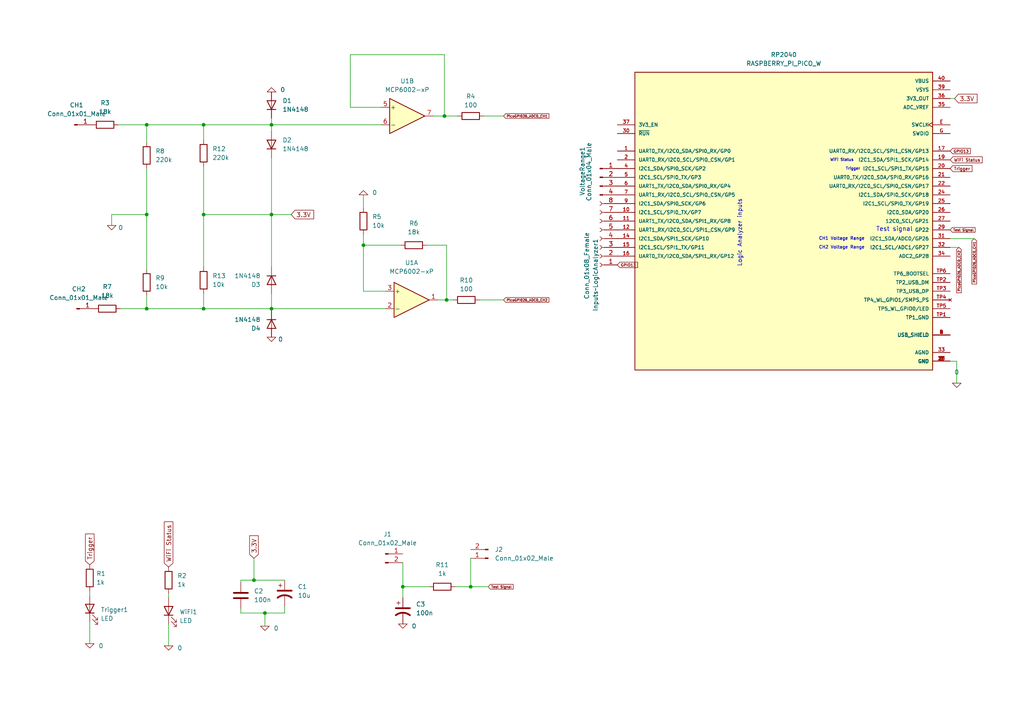
<source format=kicad_sch>
(kicad_sch (version 20211123) (generator eeschema)
  (paper "A4")
  (title_block (title "Osciloscopio ~ Analizador Logico") (company "Lazo Sebastián ~ Scoppy "))
  (lib_symbols
    (symbol "Amplifier_Operational:MCP6002-xP" (pin_names (offset 0.127))
      (property "Reference" "U" (at 0 5.08 0))
      (property "Value" "MCP6002-xP" (at 0 -5.08 0))
      (symbol "MCP6002-xP_1_1"
        (polyline (pts (xy -5.08 5.08) (xy 5.08 0) (xy -5.08 -5.08) (xy -5.08 5.08)) (stroke (width 0.254)) (fill (type background)))
        (pin output line (at 7.62 0 180) (length 2.54) (name "~") (number "1"))
        (pin input line (at -7.62 -2.54 0) (length 2.54) (name "-") (number "2"))
        (pin input line (at -7.62 2.54 0) (length 2.54) (name "+") (number "3"))
      )
      (symbol "MCP6002-xP_2_1"
        (polyline (pts (xy -5.08 5.08) (xy 5.08 0) (xy -5.08 -5.08) (xy -5.08 5.08)) (stroke (width 0.254)) (fill (type background)))
        (pin input line (at -7.62 2.54 0) (length 2.54) (name "+") (number "5"))
        (pin input line (at -7.62 -2.54 0) (length 2.54) (name "-") (number "6"))
        (pin output line (at 7.62 0 180) (length 2.54) (name "~") (number "7"))
      )
      (symbol "MCP6002-xP_3_1"
        (pin power_in line (at -2.54 -7.62 90) (length 3.81) (name "V-") (number "4"))
        (pin power_in line (at -2.54 7.62 270) (length 3.81) (name "V+") (number "8"))
      )
    )
    (symbol "Connector:Conn_01x01_Male" (pin_names (offset 1.016) hide)
      (property "Reference" "J" (at 0 2.54 0))
      (property "Value" "Conn_01x01_Male" (at 0 -2.54 0))
      (symbol "Conn_01x01_Male_1_1"
        (polyline (pts (xy 1.27 0) (xy 0.8636 0)) (stroke (width 0.1524)))
        (rectangle (start 0.8636 0.127) (end 0 -0.127) (stroke (width 0.1524)) (fill (type outline)))
        (pin passive line (at 5.08 0 180) (length 3.81) (name "Pin_1") (number "1"))
      )
    )
    (symbol "Connector:Conn_01x02_Male" (pin_names (offset 1.016) hide)
      (property "Reference" "J" (at 0 2.54 0))
      (property "Value" "Conn_01x02_Male" (at 0 -5.08 0))
      (symbol "Conn_01x02_Male_1_1"
        (polyline (pts (xy 1.27 -2.54) (xy 0.8636 -2.54)) (stroke (width 0.1524)))
        (polyline (pts (xy 1.27 0) (xy 0.8636 0)) (stroke (width 0.1524)))
        (rectangle (start 0.8636 -2.413) (end 0 -2.667) (stroke (width 0.1524)) (fill (type outline)))
        (rectangle (start 0.8636 0.127) (end 0 -0.127) (stroke (width 0.1524)) (fill (type outline)))
        (pin passive line (at 5.08 0 180) (length 3.81) (name "Pin_1") (number "1"))
        (pin passive line (at 5.08 -2.54 180) (length 3.81) (name "Pin_2") (number "2"))
      )
    )
    (symbol "Connector:Conn_01x04_Male" (pin_names (offset 1.016) hide)
      (property "Reference" "J" (at 0 5.08 0))
      (property "Value" "Conn_01x04_Male" (at 0 -7.62 0))
      (symbol "Conn_01x04_Male_1_1"
        (polyline (pts (xy 1.27 -5.08) (xy 0.8636 -5.08)) (stroke (width 0.1524)))
        (polyline (pts (xy 1.27 -2.54) (xy 0.8636 -2.54)) (stroke (width 0.1524)))
        (polyline (pts (xy 1.27 0) (xy 0.8636 0)) (stroke (width 0.1524)))
        (polyline (pts (xy 1.27 2.54) (xy 0.8636 2.54)) (stroke (width 0.1524)))
        (rectangle (start 0.8636 -4.953) (end 0 -5.207) (stroke (width 0.1524)) (fill (type outline)))
        (rectangle (start 0.8636 -2.413) (end 0 -2.667) (stroke (width 0.1524)) (fill (type outline)))
        (rectangle (start 0.8636 0.127) (end 0 -0.127) (stroke (width 0.1524)) (fill (type outline)))
        (rectangle (start 0.8636 2.667) (end 0 2.413) (stroke (width 0.1524)) (fill (type outline)))
        (pin passive line (at 5.08 2.54 180) (length 3.81) (name "Pin_1") (number "1"))
        (pin passive line (at 5.08 0 180) (length 3.81) (name "Pin_2") (number "2"))
        (pin passive line (at 5.08 -2.54 180) (length 3.81) (name "Pin_3") (number "3"))
        (pin passive line (at 5.08 -5.08 180) (length 3.81) (name "Pin_4") (number "4"))
      )
    )
    (symbol "Connector:Conn_01x08_Female" (pin_names (offset 1.016) hide)
      (property "Reference" "J" (at 0 10.16 0))
      (property "Value" "Conn_01x08_Female" (at 0 -12.7 0))
      (symbol "Conn_01x08_Female_1_1"
        (arc (start 0 -9.652) (mid -0.508 -10.16) (end 0 -10.668) (stroke (width 0.1524)))
        (arc (start 0 -7.112) (mid -0.508 -7.62) (end 0 -8.128) (stroke (width 0.1524)))
        (arc (start 0 -4.572) (mid -0.508 -5.08) (end 0 -5.588) (stroke (width 0.1524)))
        (arc (start 0 -2.032) (mid -0.508 -2.54) (end 0 -3.048) (stroke (width 0.1524)))
        (polyline (pts (xy -1.27 -10.16) (xy -0.508 -10.16)) (stroke (width 0.1524)))
        (polyline (pts (xy -1.27 -7.62) (xy -0.508 -7.62)) (stroke (width 0.1524)))
        (polyline (pts (xy -1.27 -5.08) (xy -0.508 -5.08)) (stroke (width 0.1524)))
        (polyline (pts (xy -1.27 -2.54) (xy -0.508 -2.54)) (stroke (width 0.1524)))
        (polyline (pts (xy -1.27 0) (xy -0.508 0)) (stroke (width 0.1524)))
        (polyline (pts (xy -1.27 2.54) (xy -0.508 2.54)) (stroke (width 0.1524)))
        (polyline (pts (xy -1.27 5.08) (xy -0.508 5.08)) (stroke (width 0.1524)))
        (polyline (pts (xy -1.27 7.62) (xy -0.508 7.62)) (stroke (width 0.1524)))
        (arc (start 0 0.508) (mid -0.508 0) (end 0 -0.508) (stroke (width 0.1524)))
        (arc (start 0 3.048) (mid -0.508 2.54) (end 0 2.032) (stroke (width 0.1524)))
        (arc (start 0 5.588) (mid -0.508 5.08) (end 0 4.572) (stroke (width 0.1524)))
        (arc (start 0 8.128) (mid -0.508 7.62) (end 0 7.112) (stroke (width 0.1524)))
        (pin passive line (at -5.08 7.62 0) (length 3.81) (name "Pin_1") (number "1"))
        (pin passive line (at -5.08 5.08 0) (length 3.81) (name "Pin_2") (number "2"))
        (pin passive line (at -5.08 2.54 0) (length 3.81) (name "Pin_3") (number "3"))
        (pin passive line (at -5.08 0 0) (length 3.81) (name "Pin_4") (number "4"))
        (pin passive line (at -5.08 -2.54 0) (length 3.81) (name "Pin_5") (number "5"))
        (pin passive line (at -5.08 -5.08 0) (length 3.81) (name "Pin_6") (number "6"))
        (pin passive line (at -5.08 -7.62 0) (length 3.81) (name "Pin_7") (number "7"))
        (pin passive line (at -5.08 -10.16 0) (length 3.81) (name "Pin_8") (number "8"))
      )
    )
    (symbol "Device:C" (pin_numbers hide) (pin_names (offset 0.254))
      (property "Reference" "C" (at 0.635 2.54 0))
      (property "Value" "C" (at 0.635 -2.54 0))
      (symbol "C_0_1"
        (polyline (pts (xy -2.032 -0.762) (xy 2.032 -0.762)) (stroke (width 0.508)))
        (polyline (pts (xy -2.032 0.762) (xy 2.032 0.762)) (stroke (width 0.508)))
      )
      (symbol "C_1_1"
        (pin passive line (at 0 3.81 270) (length 2.794) (name "~") (number "1"))
        (pin passive line (at 0 -3.81 90) (length 2.794) (name "~") (number "2"))
      )
    )
    (symbol "Device:C_Polarized_US" (pin_numbers hide) (pin_names (offset 0.254) hide)
      (property "Reference" "C" (at 0.635 2.54 0))
      (property "Value" "C_Polarized_US" (at 0.635 -2.54 0))
      (symbol "C_Polarized_US_0_1"
        (polyline (pts (xy -2.032 0.762) (xy 2.032 0.762)) (stroke (width 0.508)))
        (polyline (pts (xy -1.778 2.286) (xy -0.762 2.286)))
        (polyline (pts (xy -1.27 1.778) (xy -1.27 2.794)))
        (arc (start 2.032 -1.27) (mid 0 -0.5572) (end -2.032 -1.27) (stroke (width 0.508)))
      )
      (symbol "C_Polarized_US_1_1"
        (pin passive line (at 0 3.81 270) (length 2.794) (name "~") (number "1"))
        (pin passive line (at 0 -3.81 90) (length 3.302) (name "~") (number "2"))
      )
    )
    (symbol "Device:LED" (pin_numbers hide) (pin_names (offset 1.016) hide)
      (property "Reference" "D" (at 0 2.54 0))
      (property "Value" "LED" (at 0 -2.54 0))
      (symbol "LED_0_1"
        (polyline (pts (xy -1.27 -1.27) (xy -1.27 1.27)) (stroke (width 0.254)))
        (polyline (pts (xy -1.27 0) (xy 1.27 0)))
        (polyline (pts (xy 1.27 -1.27) (xy 1.27 1.27) (xy -1.27 0) (xy 1.27 -1.27)) (stroke (width 0.254)))
        (polyline (pts (xy -3.048 -0.762) (xy -4.572 -2.286) (xy -3.81 -2.286) (xy -4.572 -2.286) (xy -4.572 -1.524)))
        (polyline (pts (xy -1.778 -0.762) (xy -3.302 -2.286) (xy -2.54 -2.286) (xy -3.302 -2.286) (xy -3.302 -1.524)))
      )
      (symbol "LED_1_1"
        (pin passive line (at -3.81 0 0) (length 2.54) (name "K") (number "1"))
        (pin passive line (at 3.81 0 180) (length 2.54) (name "A") (number "2"))
      )
    )
    (symbol "Device:R" (pin_numbers hide) (pin_names (offset 0))
      (property "Reference" "R" (at 2.032 0 90))
      (property "Value" "R" (at 0 0 90))
      (symbol "R_0_1"
        (rectangle (start -1.016 -2.54) (end 1.016 2.54) (stroke (width 0.254)))
      )
      (symbol "R_1_1"
        (pin passive line (at 0 3.81 270) (length 1.27) (name "~") (number "1"))
        (pin passive line (at 0 -3.81 90) (length 1.27) (name "~") (number "2"))
      )
    )
    (symbol "Diode:1N4148" (pin_numbers hide) (pin_names hide)
      (property "Reference" "D" (at 0 2.54 0))
      (property "Value" "1N4148" (at 0 -2.54 0))
      (symbol "1N4148_0_1"
        (polyline (pts (xy -1.27 1.27) (xy -1.27 -1.27)) (stroke (width 0.254)))
        (polyline (pts (xy 1.27 0) (xy -1.27 0)))
        (polyline (pts (xy 1.27 1.27) (xy 1.27 -1.27) (xy -1.27 0) (xy 1.27 1.27)) (stroke (width 0.254)))
      )
      (symbol "1N4148_1_1"
        (pin passive line (at -3.81 0 0) (length 2.54) (name "K") (number "1"))
        (pin passive line (at 3.81 0 180) (length 2.54) (name "A") (number "2"))
      )
    )
    (symbol "RaspberryPicow:RASPBERRY_PI_PICO_W" (pin_names (offset 1.016))
      (property "Reference" "U" (at -43.18 44.069 0))
      (property "Value" "RASPBERRY_PI_PICO_W" (at -43.18 -45.72 0))
      (symbol "RASPBERRY_PI_PICO_W_0_0"
        (rectangle (start -43.18 -43.18) (end 43.18 43.18) (stroke (width 0.254)) (fill (type background)))
        (pin bidirectional line (at -48.26 20.32 0) (length 5.08) (name "UART0_TX/I2C0_SDA/SPI0_RX/GP0") (number "1"))
        (pin bidirectional line (at -48.26 2.54 0) (length 5.08) (name "I2C1_SCL/SPI0_TX/GP7") (number "10"))
        (pin bidirectional line (at -48.26 0 0) (length 5.08) (name "UART1_TX/I2C0_SDA/SPI1_RX/GP8") (number "11"))
        (pin bidirectional line (at -48.26 -2.54 0) (length 5.08) (name "UART1_RX/I2C0_SCL/SPI1_CSN/GP9") (number "12"))
        (pin power_in line (at 48.26 -40.64 180) (length 5.08) (name "GND") (number "13"))
        (pin bidirectional line (at -48.26 -5.08 0) (length 5.08) (name "I2C1_SDA/SPI1_SCK/GP10") (number "14"))
        (pin bidirectional line (at -48.26 -7.62 0) (length 5.08) (name "I2C1_SCL/SPI1_TX/GP11") (number "15"))
        (pin bidirectional line (at -48.26 -10.16 0) (length 5.08) (name "UART0_TX/I2C0_SDA/SPI1_RX/GP12") (number "16"))
        (pin bidirectional line (at 48.26 20.32 180) (length 5.08) (name "UART0_RX/I2C0_SCL/SPI1_CSN/GP13") (number "17"))
        (pin power_in line (at 48.26 -40.64 180) (length 5.08) (name "GND") (number "18"))
        (pin bidirectional line (at 48.26 17.78 180) (length 5.08) (name "I2C1_SDA/SPI1_SCK/GP14") (number "19"))
        (pin bidirectional line (at -48.26 17.78 0) (length 5.08) (name "UART0_RX/I2C0_SCL/SPI0_CSN/GP1") (number "2"))
        (pin bidirectional line (at 48.26 15.24 180) (length 5.08) (name "I2C1_SCL/SPI1_TX/GP15") (number "20"))
        (pin bidirectional line (at 48.26 12.7 180) (length 5.08) (name "UART0_TX/I2C0_SDA/SPI0_RX/GP16") (number "21"))
        (pin bidirectional line (at 48.26 10.16 180) (length 5.08) (name "UART0_RX/I2C0_SCL/SPI0_CSN/GP17") (number "22"))
        (pin power_in line (at 48.26 -40.64 180) (length 5.08) (name "GND") (number "23"))
        (pin bidirectional line (at 48.26 7.62 180) (length 5.08) (name "I2C1_SDA/SPI0_SCK/GP18") (number "24"))
        (pin bidirectional line (at 48.26 5.08 180) (length 5.08) (name "I2C1_SCL/SPI0_TX/GP19") (number "25"))
        (pin bidirectional line (at 48.26 2.54 180) (length 5.08) (name "I2C0_SDA/GP20") (number "26"))
        (pin bidirectional line (at 48.26 0 180) (length 5.08) (name "12C0_SCL/GP21") (number "27"))
        (pin power_in line (at 48.26 -40.64 180) (length 5.08) (name "GND") (number "28"))
        (pin bidirectional line (at 48.26 -2.54 180) (length 5.08) (name "GP22") (number "29"))
        (pin power_in line (at 48.26 -40.64 180) (length 5.08) (name "GND") (number "3"))
        (pin input line (at -48.26 25.4 0) (length 5.08) (name "~{RUN}") (number "30"))
        (pin bidirectional line (at 48.26 -5.08 180) (length 5.08) (name "I2C1_SDA/ADC0/GP26") (number "31"))
        (pin bidirectional line (at 48.26 -7.62 180) (length 5.08) (name "I2C1_SCL/ADC1/GP27") (number "32"))
        (pin power_in line (at 48.26 -38.1 180) (length 5.08) (name "AGND") (number "33"))
        (pin bidirectional line (at 48.26 -10.16 180) (length 5.08) (name "ADC2_GP28") (number "34"))
        (pin power_in line (at 48.26 33.02 180) (length 5.08) (name "ADC_VREF") (number "35"))
        (pin power_in line (at 48.26 35.56 180) (length 5.08) (name "3V3_OUT") (number "36"))
        (pin input line (at -48.26 27.94 0) (length 5.08) (name "3V3_EN") (number "37"))
        (pin power_in line (at 48.26 -40.64 180) (length 5.08) (name "GND") (number "38"))
        (pin power_in line (at 48.26 38.1 180) (length 5.08) (name "VSYS") (number "39"))
        (pin bidirectional line (at -48.26 15.24 0) (length 5.08) (name "I2C1_SDA/SPI0_SCK/GP2") (number "4"))
        (pin power_in line (at 48.26 40.64 180) (length 5.08) (name "VBUS") (number "40"))
        (pin bidirectional line (at -48.26 12.7 0) (length 5.08) (name "I2C1_SCL/SPI0_TX/GP3") (number "5"))
        (pin bidirectional line (at -48.26 10.16 0) (length 5.08) (name "UART1_TX/I2C0_SDA/SPI0_RX/GP4") (number "6"))
        (pin bidirectional line (at -48.26 7.62 0) (length 5.08) (name "UART1_RX/I2C0_SCL/SPI0_CSN/GP5") (number "7"))
        (pin power_in line (at 48.26 -40.64 180) (length 5.08) (name "GND") (number "8"))
        (pin bidirectional line (at -48.26 5.08 0) (length 5.08) (name "I2C1_SDA/SPI0_SCK/GP6") (number "9"))
        (pin power_in line (at 48.26 -33.02 180) (length 5.08) (name "USB_SHIELD") (number "A"))
        (pin power_in line (at 48.26 -33.02 180) (length 5.08) (name "USB_SHIELD") (number "B"))
        (pin power_in line (at 48.26 -33.02 180) (length 5.08) (name "USB_SHIELD") (number "C"))
        (pin power_in line (at 48.26 -33.02 180) (length 5.08) (name "USB_SHIELD") (number "D"))
        (pin input clock (at 48.26 27.94 180) (length 5.08) (name "SWCLK") (number "E"))
        (pin power_in line (at 48.26 -40.64 180) (length 5.08) (name "GND") (number "F"))
        (pin bidirectional line (at 48.26 25.4 180) (length 5.08) (name "SWDIO") (number "G"))
        (pin power_in line (at 48.26 -27.94 180) (length 5.08) (name "TP1_GND") (number "TP1"))
        (pin bidirectional line (at 48.26 -17.78 180) (length 5.08) (name "TP2_USB_DM") (number "TP2"))
        (pin bidirectional line (at 48.26 -20.32 180) (length 5.08) (name "TP3_USB_DP") (number "TP3"))
        (pin no_connect line (at 48.26 -22.86 180) (length 5.08) (name "TP4_WL_GPIO1/SMPS_PS") (number "TP4"))
        (pin bidirectional line (at 48.26 -25.4 180) (length 5.08) (name "TP5_WL_GPIO0/LED") (number "TP5"))
        (pin input line (at 48.26 -15.24 180) (length 5.08) (name "TP6_BOOTSEL") (number "TP6"))
      )
    )
    (symbol "pspice:0" (power) (pin_names (offset 0))
      (property "Value" "0" (at 0 -1.778 0))
      (symbol "0_0_1"
        (polyline (pts (xy -1.27 0) (xy 0 -1.27) (xy 1.27 0) (xy -1.27 0)))
      )
      (symbol "0_1_1"
        (pin power_in line (at 0 0 0) (length 0) hide (name "0") (number "1"))
      )
    )
  )
  (junction (at 59.055 89.535))
  (junction (at 78.74 62.23))
  (junction (at 116.84 170.18))
  (junction (at 59.055 36.195))
  (junction (at 42.545 36.195))
  (junction (at 129.54 86.995))
  (junction (at 42.545 89.535))
  (junction (at 128.905 33.655))
  (junction (at 73.66 168.275))
  (junction (at 105.41 71.12))
  (junction (at 42.545 62.23))
  (junction (at 136.525 170.18))
  (junction (at 76.835 177.8))
  (junction (at 59.055 62.23))
  (junction (at 78.74 36.195))
  (junction (at 78.74 89.535))
  (wire (pts (xy 132.08 170.18) (xy 136.525 170.18)))
  (wire (pts (xy 125.73 33.655) (xy 128.905 33.655)))
  (wire (pts (xy 129.54 71.12) (xy 129.54 86.995)))
  (wire (pts (xy 101.6 31.115) (xy 101.6 15.875)))
  (wire (pts (xy 76.835 181.61) (xy 76.835 177.8)))
  (wire (pts (xy 48.895 173.355) (xy 48.895 172.085)))
  (wire (pts (xy 42.545 36.195) (xy 59.055 36.195)))
  (wire (pts (xy 116.84 170.18) (xy 124.46 170.18)))
  (wire (pts (xy 69.85 168.91) (xy 69.85 168.275)))
  (wire (pts (xy 59.055 36.195) (xy 78.74 36.195)))
  (wire (pts (xy 116.84 170.18) (xy 116.84 173.355)))
  (wire (pts (xy 139.065 86.995) (xy 146.05 86.995)))
  (wire (pts (xy 275.59 28.575) (xy 276.86 28.575)))
  (wire (pts (xy 111.76 84.455) (xy 105.41 84.455)))
  (wire (pts (xy 32.385 65.405) (xy 32.385 62.23)))
  (wire (pts (xy 277.495 104.775) (xy 277.495 111.125)))
  (wire (pts (xy 78.74 36.195) (xy 78.74 38.1)))
  (wire (pts (xy 82.55 177.8) (xy 82.55 175.895)))
  (wire (pts (xy 42.545 41.275) (xy 42.545 36.195)))
  (wire (pts (xy 59.055 48.26) (xy 59.055 62.23)))
  (wire (pts (xy 78.74 85.09) (xy 78.74 89.535)))
  (wire (pts (xy 42.545 89.535) (xy 59.055 89.535)))
  (wire (pts (xy 129.54 86.995) (xy 131.445 86.995)))
  (wire (pts (xy 78.74 62.23) (xy 78.74 77.47)))
  (wire (pts (xy 26.035 172.72) (xy 26.035 171.45)))
  (wire (pts (xy 127 86.995) (xy 129.54 86.995)))
  (wire (pts (xy 76.835 177.8) (xy 82.55 177.8)))
  (wire (pts (xy 110.49 31.115) (xy 101.6 31.115)))
  (wire (pts (xy 110.49 36.195) (xy 78.74 36.195)))
  (wire (pts (xy 42.545 85.725) (xy 42.545 89.535)))
  (wire (pts (xy 59.055 85.09) (xy 59.055 89.535)))
  (wire (pts (xy 69.85 177.8) (xy 76.835 177.8)))
  (wire (pts (xy 116.84 163.195) (xy 116.84 170.18)))
  (wire (pts (xy 101.6 15.875) (xy 128.905 15.875)))
  (wire (pts (xy 123.825 71.12) (xy 129.54 71.12)))
  (wire (pts (xy 128.905 15.875) (xy 128.905 33.655)))
  (wire (pts (xy 105.41 84.455) (xy 105.41 71.12)))
  (wire (pts (xy 82.55 168.275) (xy 73.66 168.275)))
  (wire (pts (xy 105.41 71.12) (xy 105.41 67.945)))
  (wire (pts (xy 136.525 170.18) (xy 141.605 170.18)))
  (wire (pts (xy 105.41 56.515) (xy 105.41 60.325)))
  (wire (pts (xy 59.055 62.23) (xy 59.055 77.47)))
  (wire (pts (xy 48.895 180.975) (xy 48.895 187.325)))
  (wire (pts (xy 69.85 176.53) (xy 69.85 177.8)))
  (wire (pts (xy 140.335 33.655) (xy 146.05 33.655)))
  (wire (pts (xy 34.925 89.535) (xy 42.545 89.535)))
  (wire (pts (xy 59.055 89.535) (xy 78.74 89.535)))
  (wire (pts (xy 78.74 89.535) (xy 78.74 90.17)))
  (wire (pts (xy 59.055 40.64) (xy 59.055 36.195)))
  (wire (pts (xy 42.545 48.895) (xy 42.545 62.23)))
  (wire (pts (xy 78.74 36.195) (xy 78.74 34.29)))
  (wire (pts (xy 34.29 36.195) (xy 42.545 36.195)))
  (wire (pts (xy 128.905 33.655) (xy 132.715 33.655)))
  (wire (pts (xy 278.13 71.755) (xy 275.59 71.755)))
  (wire (pts (xy 78.74 89.535) (xy 111.76 89.535)))
  (wire (pts (xy 282.575 69.215) (xy 275.59 69.215)))
  (wire (pts (xy 69.85 168.275) (xy 73.66 168.275)))
  (wire (pts (xy 78.74 45.72) (xy 78.74 62.23)))
  (wire (pts (xy 116.205 71.12) (xy 105.41 71.12)))
  (wire (pts (xy 78.74 62.23) (xy 59.055 62.23)))
  (wire (pts (xy 26.035 180.34) (xy 26.035 186.69)))
  (wire (pts (xy 275.59 104.775) (xy 277.495 104.775)))
  (wire (pts (xy 42.545 62.23) (xy 42.545 78.105)))
  (wire (pts (xy 32.385 62.23) (xy 42.545 62.23)))
  (wire (pts (xy 78.74 62.23) (xy 84.455 62.23)))
  (wire (pts (xy 136.525 161.925) (xy 136.525 170.18)))
  (wire (pts (xy 73.66 168.275) (xy 73.66 161.925)))
  (text "CH1 Voltage Range" (at 250.825 69.85 180) (effects (font (size 0.9 0.9)) (justify right bottom)))
  (text "CH2 Voltage Range" (at 250.825 72.39 180) (effects (font (size 0.9 0.9)) (justify right bottom)))
  (text "Test signal\n" (at 264.795 67.31 180) (effects (font (size 1.27 1.27)) (justify right bottom)))
  (text "Trigger" (at 249.555 49.53 180) (effects (font (size 0.8 0.8)) (justify right bottom)))
  (text "Logic Analyzer inputs" (at 215.265 77.47 90) (effects (font (size 1.2 1.2)) (justify left bottom)))
  (text "WiFi Status\n" (at 247.65 46.99 180) (effects (font (size 0.8 0.8)) (justify right bottom)))
  (global_label "PicoGPI026_ADC0_CH2" (shape input) (at 146.05 86.995 0) (effects (font (size 0.7 0.7))) (property "Referencias entre hojas" "${INTERSHEET_REFS}" (effects hide)))
  (global_label "PicoGPI026_ADC0_CH1" (shape input) (at 282.575 69.215 270) (effects (font (size 0.7 0.7))) (property "Referencias entre hojas" "${INTERSHEET_REFS}" (effects hide)))
  (global_label "PicoGPI026_ADC0_CH1" (shape input) (at 146.05 33.655 0) (effects (font (size 0.7 0.7))) (property "Referencias entre hojas" "${INTERSHEET_REFS}" (effects hide)))
  (global_label "PicoGPI026_ADC0_CH2" (shape input) (at 278.13 71.755 270) (effects (font (size 0.7 0.7))) (property "Referencias entre hojas" "${INTERSHEET_REFS}" (effects hide)))
  (global_label "GPIO13" (shape input) (at 275.59 43.815 0) (effects (font (size 0.8 0.8))) (property "Referencias entre hojas" "${INTERSHEET_REFS}" (effects hide)))
  (global_label "Trigger" (shape input) (at 26.035 163.83 90) (property "Referencias entre hojas" "${INTERSHEET_REFS}" (effects hide)))
  (global_label "Test Signal" (shape input) (at 141.605 170.18 0) (effects (font (size 0.7 0.7))) (property "Referencias entre hojas" "${INTERSHEET_REFS}" (effects hide)))
  (global_label "GPIO13" (shape input) (at 179.07 76.835 0) (effects (font (size 0.8 0.8))) (property "Referencias entre hojas" "${INTERSHEET_REFS}" (effects hide)))
  (global_label "WiFi Status" (shape input) (at 275.59 46.355 0) (effects (font (size 0.9 0.9))) (property "Referencias entre hojas" "${INTERSHEET_REFS}" (effects hide)))
  (global_label "3.3V" (shape input) (at 73.66 161.925 90) (property "Referencias entre hojas" "${INTERSHEET_REFS}" (effects hide)))
  (global_label "3.3V" (shape input) (at 276.86 28.575 0) (property "Referencias entre hojas" "${INTERSHEET_REFS}" (effects hide)))
  (global_label "Test Signal" (shape input) (at 275.59 66.675 0) (effects (font (size 0.7 0.7))) (property "Referencias entre hojas" "${INTERSHEET_REFS}" (effects hide)))
  (global_label "Trigger" (shape input) (at 275.59 48.895 0) (effects (font (size 0.9 0.9))) (property "Referencias entre hojas" "${INTERSHEET_REFS}" (effects hide)))
  (global_label "WiFi Status" (shape input) (at 48.895 164.465 90) (property "Referencias entre hojas" "${INTERSHEET_REFS}" (effects hide)))
  (global_label "3.3V" (shape input) (at 84.455 62.23 0) (property "Referencias entre hojas" "${INTERSHEET_REFS}" (effects hide)))
  (symbol (lib_id "Connector:Conn_01x04_Male") (at 173.99 51.435 0) (unit 1)
    (property "Reference" "VoltageRange1" (at 168.91 42.545 90) (effects (justify right)))
    (property "Value" "Conn_01x04_Male" (at 170.815 41.275 90) (effects (justify right)))
    (property "Footprint" "Connector_PinHeader_2.00mm:PinHeader_1x04_P2.00mm_Vertical" (effects hide))
  )
  (symbol (lib_id "pspice:0") (at 105.41 56.515 180) (unit 1)
    (property "Reference" "#GND0106" (effects hide))
    (property "Value" "0" (at 107.95 55.8799 0) (effects (justify right)))
  )
  (symbol (lib_id "Connector:Conn_01x01_Male") (at 22.225 89.535 0) (unit 1)
    (property "Reference" "CH2" (at 22.86 83.82 0))
    (property "Value" "Conn_01x01_Male" (at 22.86 86.36 0))
    (property "Footprint" "Connector_PinHeader_1.00mm:PinHeader_1x01_P1.00mm_Vertical" (effects hide))
  )
  (symbol (lib_id "Connector:Conn_01x08_Female") (at 173.99 69.215 180) (unit 1)
    (property "Reference" "Inputs~LogicAnalyzer1" (at 172.72 69.2151 90) (effects (justify left)))
    (property "Value" "Conn_01x08_Female" (at 170.18 67.31 90) (effects (justify left)))
    (property "Footprint" "Connector_PinSocket_2.54mm:PinSocket_1x08_P2.54mm_Vertical" (effects hide))
  )
  (symbol (lib_id "Connector:Conn_01x02_Male") (at 141.605 161.925 180) (unit 1)
    (property "Reference" "J2" (at 143.51 159.3849 0) (effects (justify right)))
    (property "Value" "Conn_01x02_Male" (at 143.51 161.9249 0) (effects (justify right)))
    (property "Footprint" "Connector_PinHeader_2.00mm:PinHeader_1x02_P2.00mm_Vertical" (effects hide))
  )
  (symbol (lib_id "pspice:0") (at 78.74 97.79 0) (unit 1)
    (property "Reference" "#GND0109" (effects hide))
    (property "Value" "0" (at 80.645 98.4249 0) (effects (justify left)))
  )
  (symbol (lib_id "Device:R") (at 136.525 33.655 270) (unit 1)
    (property "Reference" "R4" (at 136.525 27.94 90))
    (property "Value" "100" (at 136.525 30.48 90))
    (property "Footprint" "Resistor_THT:R_Axial_DIN0204_L3.6mm_D1.6mm_P7.62mm_Horizontal" (effects hide))
  )
  (symbol (lib_id "Device:LED") (at 48.895 177.165 90) (unit 1)
    (property "Reference" "WiFi1" (at 52.07 177.4824 90) (effects (justify right)))
    (property "Value" "LED" (at 52.07 180.0224 90) (effects (justify right)))
    (property "Footprint" "LED_THT:LED_D3.0mm" (effects hide))
  )
  (symbol (lib_id "Device:C_Polarized_US") (at 116.84 177.165 0) (unit 1)
    (property "Reference" "C3" (at 120.65 175.2599 0) (effects (justify left)))
    (property "Value" "100n" (at 120.65 177.7999 0) (effects (justify left)))
    (property "Footprint" "Capacitor_THT:CP_Radial_D4.0mm_P2.00mm" (effects hide))
  )
  (symbol (lib_id "Diode:1N4148") (at 78.74 30.48 90) (unit 1)
    (property "Reference" "D1" (at 81.915 29.2099 90) (effects (justify right)))
    (property "Value" "1N4148" (at 81.915 31.7499 90) (effects (justify right)))
    (property "Footprint" "Diode_THT:D_DO-35_SOD27_P7.62mm_Horizontal" (effects hide))
    (property "Datasheet" "https://assets.nexperia.com/documents/data-sheet/1N4148_1N4448.pdf" (effects hide))
  )
  (symbol (lib_id "RaspberryPicow:RASPBERRY_PI_PICO_W") (at 227.33 64.135 0) (unit 1)
    (property "Reference" "RP2040" (at 227.33 15.875 0))
    (property "Value" "RASPBERRY_PI_PICO_W" (at 227.33 18.415 0))
    (property "Footprint" "RaspberryPicoW:MODULE_RASPBERRY_PI_PICO_W" (effects hide))
    (property "MF" "Raspberry Pi" (effects hide))
    (property "Description" "\n                        \n                            Raspberry Pi Board, Arm Cortex-M0+; Silicon Manufacturer:Raspberry Pi; No. Of Bits:32Bit; Silicon Family Name:-; Core Architecture:Arm; Core Sub-Architecture:Cortex-M0+; Silicon Core Number:Rp2040; Product Range:Raspberry Pi Pico Rohs Compliant: Yes |Raspberry-Pi RASPBERRY PI PICO W\n                        \n" (effects hide))
    (property "Package" "None" (effects hide))
    (property "Price" "None" (effects hide))
    (property "Check_prices" "https://www.snapeda.com/parts/RASPBERRY%20PI%20PICO%20W/Raspberry+Pi/view-part/?ref=eda" (effects hide))
    (property "STANDARD" "Manufacturer Recommendations" (effects hide))
    (property "PARTREV" "2.4" (effects hide))
    (property "SnapEDA_Link" "https://www.snapeda.com/parts/RASPBERRY%20PI%20PICO%20W/Raspberry+Pi/view-part/?ref=snap" (effects hide))
    (property "MP" "RASPBERRY PI PICO W" (effects hide))
    (property "Availability" "Not in stock" (effects hide))
    (property "MANUFACTURER" "Raspberry Pi" (effects hide))
  )
  (symbol (lib_id "Connector:Conn_01x02_Male") (at 111.76 160.655 0) (unit 1)
    (property "Reference" "J1" (at 112.395 154.94 0))
    (property "Value" "Conn_01x02_Male" (at 112.395 157.48 0))
    (property "Footprint" "Connector_PinHeader_2.00mm:PinHeader_1x02_P2.00mm_Vertical" (effects hide))
  )
  (symbol (lib_id "Device:R") (at 48.895 168.275 180) (unit 1)
    (property "Reference" "R2" (at 51.435 167.0049 0) (effects (justify right)))
    (property "Value" "1k" (at 51.435 169.5449 0) (effects (justify right)))
    (property "Footprint" "Resistor_THT:R_Axial_DIN0204_L3.6mm_D1.6mm_P7.62mm_Horizontal" (effects hide))
  )
  (symbol (lib_id "Device:R") (at 59.055 44.45 180) (unit 1)
    (property "Reference" "R12" (at 61.595 43.1799 0) (effects (justify right)))
    (property "Value" "220k" (at 61.595 45.7199 0) (effects (justify right)))
    (property "Footprint" "Resistor_THT:R_Axial_DIN0204_L3.6mm_D1.6mm_P7.62mm_Horizontal" (effects hide))
  )
  (symbol (lib_id "Device:R") (at 26.035 167.64 180) (unit 1)
    (property "Reference" "R1" (at 27.94 166.3699 0) (effects (justify right)))
    (property "Value" "1k" (at 27.94 168.9099 0) (effects (justify right)))
    (property "Footprint" "Resistor_THT:R_Axial_DIN0204_L3.6mm_D1.6mm_P7.62mm_Horizontal" (effects hide))
  )
  (symbol (lib_id "Device:R") (at 59.055 81.28 180) (unit 1)
    (property "Reference" "R13" (at 61.595 80.0099 0) (effects (justify right)))
    (property "Value" "10k" (at 61.595 82.5499 0) (effects (justify right)))
    (property "Footprint" "Resistor_THT:R_Axial_DIN0204_L3.6mm_D1.6mm_P7.62mm_Horizontal" (effects hide))
  )
  (symbol (lib_id "Device:R") (at 128.27 170.18 270) (unit 1)
    (property "Reference" "R11" (at 128.27 163.83 90))
    (property "Value" "1k" (at 128.27 166.37 90))
    (property "Footprint" "Resistor_THT:R_Axial_DIN0204_L3.6mm_D1.6mm_P7.62mm_Horizontal" (effects hide))
  )
  (symbol (lib_id "pspice:0") (at 32.385 65.405 0) (unit 1)
    (property "Reference" "#GND0108" (effects hide))
    (property "Value" "0" (at 34.29 66.0399 0) (effects (justify left)))
  )
  (symbol (lib_id "Device:R") (at 42.545 45.085 180) (unit 1)
    (property "Reference" "R8" (at 45.085 43.8149 0) (effects (justify right)))
    (property "Value" "220k" (at 45.085 46.3549 0) (effects (justify right)))
    (property "Footprint" "Resistor_THT:R_Axial_DIN0204_L3.6mm_D1.6mm_P7.62mm_Horizontal" (effects hide))
  )
  (symbol (lib_id "Device:R") (at 135.255 86.995 270) (unit 1)
    (property "Reference" "R10" (at 135.255 81.28 90))
    (property "Value" "100" (at 135.255 83.82 90))
    (property "Footprint" "Resistor_THT:R_Axial_DIN0204_L3.6mm_D1.6mm_P7.62mm_Horizontal" (effects hide))
  )
  (symbol (lib_id "Device:R") (at 30.48 36.195 90) (unit 1)
    (property "Reference" "R3" (at 30.48 29.845 90))
    (property "Value" "18k" (at 30.48 32.385 90))
    (property "Footprint" "Resistor_THT:R_Axial_DIN0204_L3.6mm_D1.6mm_P7.62mm_Horizontal" (effects hide))
  )
  (symbol (lib_id "Connector:Conn_01x01_Male") (at 21.59 36.195 0) (unit 1)
    (property "Reference" "CH1" (at 22.225 30.48 0))
    (property "Value" "Conn_01x01_Male" (at 22.225 33.02 0))
    (property "Footprint" "Connector_PinHeader_1.00mm:PinHeader_1x01_P1.00mm_Vertical" (effects hide))
  )
  (symbol (lib_id "Amplifier_Operational:MCP6002-xP") (at 119.38 86.995 0) (unit 1)
    (property "Reference" "U1" (at 119.38 76.2 0))
    (property "Value" "MCP6002-xP" (at 119.38 78.74 0))
    (property "Footprint" "Package_DIP:DIP-8_W10.16mm_LongPads" (effects hide))
    (property "Datasheet" "http://ww1.microchip.com/downloads/en/DeviceDoc/21733j.pdf" (effects hide))
  )
  (symbol (lib_id "Diode:1N4148") (at 78.74 41.91 90) (unit 1)
    (property "Reference" "D2" (at 81.915 40.6399 90) (effects (justify right)))
    (property "Value" "1N4148" (at 81.915 43.1799 90) (effects (justify right)))
    (property "Footprint" "Diode_THT:D_DO-35_SOD27_P7.62mm_Horizontal" (effects hide))
    (property "Datasheet" "https://assets.nexperia.com/documents/data-sheet/1N4148_1N4448.pdf" (effects hide))
  )
  (symbol (lib_id "pspice:0") (at 26.035 186.69 0) (unit 1)
    (property "Reference" "#GND0103" (effects hide))
    (property "Value" "0" (at 28.575 187.3249 0) (effects (justify left)))
  )
  (symbol (lib_id "pspice:0") (at 48.895 187.325 0) (unit 1)
    (property "Reference" "#GND0104" (effects hide))
    (property "Value" "0" (at 51.435 187.9599 0) (effects (justify left)))
  )
  (symbol (lib_id "Device:LED") (at 26.035 176.53 90) (unit 1)
    (property "Reference" "Trigger1" (at 29.21 176.8474 90) (effects (justify right)))
    (property "Value" "LED" (at 29.21 179.3874 90) (effects (justify right)))
    (property "Footprint" "LED_THT:LED_D3.0mm" (effects hide))
  )
  (symbol (lib_id "pspice:0") (at 116.84 180.975 0) (unit 1)
    (property "Reference" "#GND0105" (effects hide))
    (property "Value" "0" (at 119.38 181.6099 0) (effects (justify left)))
  )
  (symbol (lib_id "Device:R") (at 31.115 89.535 90) (unit 1)
    (property "Reference" "R7" (at 31.115 83.185 90))
    (property "Value" "18k" (at 31.115 85.725 90))
    (property "Footprint" "Resistor_THT:R_Axial_DIN0204_L3.6mm_D1.6mm_P7.62mm_Horizontal" (effects hide))
  )
  (symbol (lib_id "Device:C_Polarized_US") (at 82.55 172.085 0) (unit 1)
    (property "Reference" "C1" (at 86.36 170.1799 0) (effects (justify left)))
    (property "Value" "10u" (at 86.36 172.7199 0) (effects (justify left)))
    (property "Footprint" "Capacitor_THT:CP_Radial_D4.0mm_P1.50mm" (effects hide))
  )
  (symbol (lib_id "pspice:0") (at 76.835 181.61 0) (unit 1)
    (property "Reference" "#GND0102" (effects hide))
    (property "Value" "0" (at 79.375 182.2449 0) (effects (justify left)))
  )
  (symbol (lib_id "Amplifier_Operational:MCP6002-xP") (at 118.11 33.655 0) (unit 2)
    (property "Reference" "U1" (at 118.11 23.495 0))
    (property "Value" "MCP6002-xP" (at 118.11 26.035 0))
    (property "Footprint" "Package_DIP:DIP-8_W10.16mm_LongPads" (effects hide))
    (property "Datasheet" "http://ww1.microchip.com/downloads/en/DeviceDoc/21733j.pdf" (effects hide))
  )
  (symbol (lib_id "Device:R") (at 120.015 71.12 90) (unit 1)
    (property "Reference" "R6" (at 120.015 64.77 90))
    (property "Value" "18k" (at 120.015 67.31 90))
    (property "Footprint" "Resistor_THT:R_Axial_DIN0204_L3.6mm_D1.6mm_P7.62mm_Horizontal" (effects hide))
  )
  (symbol (lib_id "Device:R") (at 42.545 81.915 180) (unit 1)
    (property "Reference" "R9" (at 45.085 80.6449 0) (effects (justify right)))
    (property "Value" "10k" (at 45.085 83.1849 0) (effects (justify right)))
    (property "Footprint" "Resistor_THT:R_Axial_DIN0204_L3.6mm_D1.6mm_P7.62mm_Horizontal" (effects hide))
  )
  (symbol (lib_id "Diode:1N4148") (at 78.74 93.98 270) (unit 1)
    (property "Reference" "D4" (at 75.565 95.2501 90) (effects (justify right)))
    (property "Value" "1N4148" (at 75.565 92.7101 90) (effects (justify right)))
    (property "Footprint" "Diode_THT:D_DO-35_SOD27_P7.62mm_Horizontal" (effects hide))
    (property "Datasheet" "https://assets.nexperia.com/documents/data-sheet/1N4148_1N4448.pdf" (effects hide))
  )
  (symbol (lib_id "Device:C") (at 69.85 172.72 0) (unit 1)
    (property "Reference" "C2" (at 73.66 171.4499 0) (effects (justify left)))
    (property "Value" "100n" (at 73.66 173.9899 0) (effects (justify left)))
    (property "Footprint" "Capacitor_THT:CP_Radial_D4.0mm_P1.50mm" (effects hide))
  )
  (symbol (lib_id "Device:R") (at 105.41 64.135 180) (unit 1)
    (property "Reference" "R5" (at 107.95 62.8649 0) (effects (justify right)))
    (property "Value" "10k" (at 107.95 65.4049 0) (effects (justify right)))
    (property "Footprint" "Resistor_THT:R_Axial_DIN0204_L3.6mm_D1.6mm_P7.62mm_Horizontal" (effects hide))
  )
  (symbol (lib_id "Diode:1N4148") (at 78.74 81.28 270) (unit 1)
    (property "Reference" "D3" (at 75.565 82.5501 90) (effects (justify right)))
    (property "Value" "1N4148" (at 75.565 80.0101 90) (effects (justify right)))
    (property "Footprint" "Diode_THT:D_DO-35_SOD27_P7.62mm_Horizontal" (effects hide))
    (property "Datasheet" "https://assets.nexperia.com/documents/data-sheet/1N4148_1N4448.pdf" (effects hide))
  )
  (symbol (lib_id "pspice:0") (at 78.74 26.67 180) (unit 1)
    (property "Reference" "#GND0107" (effects hide))
    (property "Value" "0" (at 81.28 26.0349 0) (effects (justify right)))
  )
  (symbol (lib_id "pspice:0") (at 277.495 111.125 0) (unit 1)
    (property "Reference" "#GND0101" (effects hide))
    (property "Value" "0" (at 277.495 107.95 0))
  )
)
</source>
